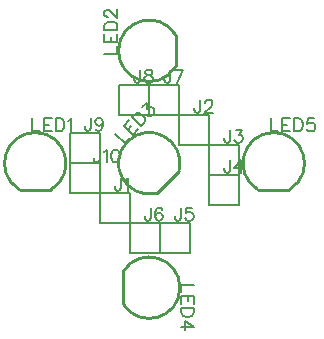
<source format=gto>
G04 Layer: TopSilkscreenLayer*
G04 EasyEDA v6.5.22, 2024-04-13 17:31:40*
G04 Gerber Generator version 0.2*
G04 Scale: 100 percent, Rotated: No, Reflected: No *
G04 Dimensions in millimeters *
G04 leading zeros omitted , absolute positions ,4 integer and 5 decimal *
%FSLAX45Y45*%
%MOMM*%

%ADD10C,0.1524*%
%ADD11C,0.2032*%
%ADD12C,0.2030*%
%ADD13C,0.2540*%

%LPD*%
D10*
X-240029Y-123444D02*
G01*
X-240029Y-206502D01*
X-245363Y-222250D01*
X-250444Y-227329D01*
X-260857Y-232410D01*
X-271271Y-232410D01*
X-281686Y-227329D01*
X-287020Y-222250D01*
X-292100Y-206502D01*
X-292100Y-196087D01*
X-205739Y-144271D02*
G01*
X-195579Y-138937D01*
X-179831Y-123444D01*
X-179831Y-232410D01*
X433070Y536955D02*
G01*
X433070Y453897D01*
X427736Y438150D01*
X422655Y433070D01*
X412242Y427989D01*
X401828Y427989D01*
X391413Y433070D01*
X386079Y438150D01*
X381000Y453897D01*
X381000Y464312D01*
X472439Y511047D02*
G01*
X472439Y516128D01*
X477520Y526542D01*
X482854Y531876D01*
X493268Y536955D01*
X514095Y536955D01*
X524510Y531876D01*
X529589Y526542D01*
X534670Y516128D01*
X534670Y505713D01*
X529589Y495300D01*
X519176Y479805D01*
X467360Y427989D01*
X540004Y427989D01*
X687070Y282955D02*
G01*
X687070Y199897D01*
X681736Y184150D01*
X676655Y179070D01*
X666242Y173989D01*
X655828Y173989D01*
X645413Y179070D01*
X640079Y184150D01*
X635000Y199897D01*
X635000Y210312D01*
X731520Y282955D02*
G01*
X788670Y282955D01*
X757681Y241300D01*
X773176Y241300D01*
X783589Y236220D01*
X788670Y231139D01*
X794004Y215392D01*
X794004Y204978D01*
X788670Y189484D01*
X778510Y179070D01*
X762762Y173989D01*
X747268Y173989D01*
X731520Y179070D01*
X726439Y184150D01*
X721360Y194563D01*
X687070Y28955D02*
G01*
X687070Y-54102D01*
X681736Y-69850D01*
X676655Y-74929D01*
X666242Y-80010D01*
X655828Y-80010D01*
X645413Y-74929D01*
X640079Y-69850D01*
X635000Y-54102D01*
X635000Y-43687D01*
X773176Y28955D02*
G01*
X721360Y-43687D01*
X799084Y-43687D01*
X773176Y28955D02*
G01*
X773176Y-80010D01*
X267970Y-377444D02*
G01*
X267970Y-460502D01*
X262636Y-476250D01*
X257555Y-481329D01*
X247142Y-486410D01*
X236728Y-486410D01*
X226313Y-481329D01*
X220979Y-476250D01*
X215900Y-460502D01*
X215900Y-450087D01*
X364489Y-377444D02*
G01*
X312420Y-377444D01*
X307339Y-424179D01*
X312420Y-419100D01*
X328168Y-413765D01*
X343662Y-413765D01*
X359410Y-419100D01*
X369570Y-429260D01*
X374904Y-445007D01*
X374904Y-455421D01*
X369570Y-470915D01*
X359410Y-481329D01*
X343662Y-486410D01*
X328168Y-486410D01*
X312420Y-481329D01*
X307339Y-476250D01*
X302260Y-465836D01*
X13970Y-377444D02*
G01*
X13970Y-460502D01*
X8636Y-476250D01*
X3555Y-481329D01*
X-6857Y-486410D01*
X-17271Y-486410D01*
X-27686Y-481329D01*
X-33020Y-476250D01*
X-38100Y-460502D01*
X-38100Y-450087D01*
X110489Y-392937D02*
G01*
X105410Y-382523D01*
X89662Y-377444D01*
X79247Y-377444D01*
X63754Y-382523D01*
X53339Y-398271D01*
X48260Y-424179D01*
X48260Y-450087D01*
X53339Y-470915D01*
X63754Y-481329D01*
X79247Y-486410D01*
X84581Y-486410D01*
X100076Y-481329D01*
X110489Y-470915D01*
X115570Y-455421D01*
X115570Y-450087D01*
X110489Y-434594D01*
X100076Y-424179D01*
X84581Y-419100D01*
X79247Y-419100D01*
X63754Y-424179D01*
X53339Y-434594D01*
X48260Y-450087D01*
X179070Y790955D02*
G01*
X179070Y707897D01*
X173736Y692150D01*
X168655Y687070D01*
X158242Y681989D01*
X147828Y681989D01*
X137413Y687070D01*
X132079Y692150D01*
X127000Y707897D01*
X127000Y718312D01*
X286004Y790955D02*
G01*
X233934Y681989D01*
X213360Y790955D02*
G01*
X286004Y790955D01*
X-74929Y790955D02*
G01*
X-74929Y707897D01*
X-80263Y692150D01*
X-85344Y687070D01*
X-95757Y681989D01*
X-106171Y681989D01*
X-116586Y687070D01*
X-121920Y692150D01*
X-127000Y707897D01*
X-127000Y718312D01*
X-14731Y790955D02*
G01*
X-30479Y785876D01*
X-35560Y775462D01*
X-35560Y765047D01*
X-30479Y754634D01*
X-20065Y749300D01*
X762Y744220D01*
X16510Y739139D01*
X26670Y728726D01*
X32004Y718312D01*
X32004Y702563D01*
X26670Y692150D01*
X21589Y687070D01*
X6095Y681989D01*
X-14731Y681989D01*
X-30479Y687070D01*
X-35560Y692150D01*
X-40639Y702563D01*
X-40639Y718312D01*
X-35560Y728726D01*
X-25145Y739139D01*
X-9652Y744220D01*
X11176Y749300D01*
X21589Y754634D01*
X26670Y765047D01*
X26670Y775462D01*
X21589Y785876D01*
X6095Y790955D01*
X-14731Y790955D01*
X-494029Y384555D02*
G01*
X-494029Y301497D01*
X-499363Y285750D01*
X-504444Y280670D01*
X-514857Y275589D01*
X-525271Y275589D01*
X-535686Y280670D01*
X-541020Y285750D01*
X-546100Y301497D01*
X-546100Y311912D01*
X-392429Y348234D02*
G01*
X-397510Y332739D01*
X-407923Y322326D01*
X-423418Y316992D01*
X-428752Y316992D01*
X-444245Y322326D01*
X-454660Y332739D01*
X-459739Y348234D01*
X-459739Y353313D01*
X-454660Y369062D01*
X-444245Y379476D01*
X-428752Y384555D01*
X-423418Y384555D01*
X-407923Y379476D01*
X-397510Y369062D01*
X-392429Y348234D01*
X-392429Y322326D01*
X-397510Y296163D01*
X-407923Y280670D01*
X-423418Y275589D01*
X-433831Y275589D01*
X-449579Y280670D01*
X-454660Y291084D01*
X-417829Y115315D02*
G01*
X-417829Y32257D01*
X-423163Y16510D01*
X-428244Y11429D01*
X-438657Y6350D01*
X-449071Y6350D01*
X-459486Y11429D01*
X-464820Y16510D01*
X-469900Y32257D01*
X-469900Y42671D01*
X-383539Y94487D02*
G01*
X-373379Y99821D01*
X-357631Y115315D01*
X-357631Y6350D01*
X-292100Y115315D02*
G01*
X-307847Y110236D01*
X-318262Y94487D01*
X-323342Y68579D01*
X-323342Y53086D01*
X-318262Y26923D01*
X-307847Y11429D01*
X-292100Y6350D01*
X-281939Y6350D01*
X-266192Y11429D01*
X-255778Y26923D01*
X-250697Y53086D01*
X-250697Y68579D01*
X-255778Y94487D01*
X-266192Y110236D01*
X-281939Y115315D01*
X-292100Y115315D01*
X-990600Y379018D02*
G01*
X-990600Y270052D01*
X-990600Y270052D02*
G01*
X-928370Y270052D01*
X-894079Y379018D02*
G01*
X-894079Y270052D01*
X-894079Y379018D02*
G01*
X-826515Y379018D01*
X-894079Y327202D02*
G01*
X-852423Y327202D01*
X-894079Y270052D02*
G01*
X-826515Y270052D01*
X-792226Y379018D02*
G01*
X-792226Y270052D01*
X-792226Y379018D02*
G01*
X-755650Y379018D01*
X-740155Y373938D01*
X-729742Y363524D01*
X-724662Y353110D01*
X-719328Y337362D01*
X-719328Y311454D01*
X-724662Y295960D01*
X-729742Y285546D01*
X-740155Y275132D01*
X-755650Y270052D01*
X-792226Y270052D01*
X-685037Y358190D02*
G01*
X-674623Y363524D01*
X-659129Y379018D01*
X-659129Y270052D01*
X-379018Y927100D02*
G01*
X-270052Y927100D01*
X-270052Y927100D02*
G01*
X-270052Y989329D01*
X-379018Y1023620D02*
G01*
X-270052Y1023620D01*
X-379018Y1023620D02*
G01*
X-379018Y1091184D01*
X-327202Y1023620D02*
G01*
X-327202Y1065276D01*
X-270052Y1023620D02*
G01*
X-270052Y1091184D01*
X-379018Y1125473D02*
G01*
X-270052Y1125473D01*
X-379018Y1125473D02*
G01*
X-379018Y1162050D01*
X-373938Y1177544D01*
X-363524Y1187957D01*
X-353110Y1193037D01*
X-337362Y1198371D01*
X-311454Y1198371D01*
X-295960Y1193037D01*
X-285546Y1187957D01*
X-275132Y1177544D01*
X-270052Y1162050D01*
X-270052Y1125473D01*
X-353110Y1237742D02*
G01*
X-358190Y1237742D01*
X-368604Y1243076D01*
X-373938Y1248155D01*
X-379018Y1258570D01*
X-379018Y1279397D01*
X-373938Y1289812D01*
X-368604Y1294892D01*
X-358190Y1300226D01*
X-347776Y1300226D01*
X-337362Y1294892D01*
X-321868Y1284478D01*
X-270052Y1232662D01*
X-270052Y1305305D01*
X-285968Y250045D02*
G01*
X-208917Y172996D01*
X-208917Y172996D02*
G01*
X-164914Y216999D01*
X-217716Y318295D02*
G01*
X-140667Y241246D01*
X-217716Y318295D02*
G01*
X-169941Y366072D01*
X-181079Y281655D02*
G01*
X-151622Y311111D01*
X-140667Y241246D02*
G01*
X-92892Y289021D01*
X-145696Y390316D02*
G01*
X-68646Y313268D01*
X-145696Y390316D02*
G01*
X-119832Y416181D01*
X-105285Y423545D01*
X-90556Y423545D01*
X-79601Y419773D01*
X-64693Y412409D01*
X-46372Y394088D01*
X-39189Y379361D01*
X-35417Y368406D01*
X-35417Y353677D01*
X-42781Y339130D01*
X-68646Y313268D01*
X-62537Y473473D02*
G01*
X-22128Y513885D01*
X-14762Y462338D01*
X-3807Y473295D01*
X7147Y477067D01*
X14511Y477245D01*
X29240Y469704D01*
X36603Y462338D01*
X43967Y447791D01*
X43967Y433064D01*
X36423Y418335D01*
X25468Y407380D01*
X10919Y400016D01*
X3555Y399836D01*
X-7399Y403608D01*
X379018Y-1028700D02*
G01*
X270052Y-1028700D01*
X270052Y-1028700D02*
G01*
X270052Y-1090929D01*
X379018Y-1125220D02*
G01*
X270052Y-1125220D01*
X379018Y-1125220D02*
G01*
X379018Y-1192784D01*
X327202Y-1125220D02*
G01*
X327202Y-1166876D01*
X270052Y-1125220D02*
G01*
X270052Y-1192784D01*
X379018Y-1227073D02*
G01*
X270052Y-1227073D01*
X379018Y-1227073D02*
G01*
X379018Y-1263650D01*
X373938Y-1279144D01*
X363524Y-1289557D01*
X353110Y-1294637D01*
X337362Y-1299971D01*
X311454Y-1299971D01*
X295960Y-1294637D01*
X285546Y-1289557D01*
X275132Y-1279144D01*
X270052Y-1263650D01*
X270052Y-1227073D01*
X379018Y-1386078D02*
G01*
X306374Y-1334262D01*
X306374Y-1412239D01*
X379018Y-1386078D02*
G01*
X270052Y-1386078D01*
X1028700Y379018D02*
G01*
X1028700Y270052D01*
X1028700Y270052D02*
G01*
X1090929Y270052D01*
X1125220Y379018D02*
G01*
X1125220Y270052D01*
X1125220Y379018D02*
G01*
X1192784Y379018D01*
X1125220Y327202D02*
G01*
X1166876Y327202D01*
X1125220Y270052D02*
G01*
X1192784Y270052D01*
X1227073Y379018D02*
G01*
X1227073Y270052D01*
X1227073Y379018D02*
G01*
X1263650Y379018D01*
X1279144Y373938D01*
X1289557Y363524D01*
X1294637Y353110D01*
X1299971Y337362D01*
X1299971Y311454D01*
X1294637Y295960D01*
X1289557Y285546D01*
X1279144Y275132D01*
X1263650Y270052D01*
X1227073Y270052D01*
X1396492Y379018D02*
G01*
X1344676Y379018D01*
X1339342Y332282D01*
X1344676Y337362D01*
X1360170Y342696D01*
X1375663Y342696D01*
X1391412Y337362D01*
X1401826Y327202D01*
X1406905Y311454D01*
X1406905Y301040D01*
X1401826Y285546D01*
X1391412Y275132D01*
X1375663Y270052D01*
X1360170Y270052D01*
X1344676Y275132D01*
X1339342Y280212D01*
X1334262Y290626D01*
D11*
X-165100Y-508000D02*
G01*
X-419100Y-508000D01*
X-419100Y-254000D01*
X-165100Y-254000D01*
X-165100Y-444500D01*
D12*
X-165100Y-508000D02*
G01*
X-165100Y-444500D01*
D11*
X508000Y152400D02*
G01*
X254000Y152400D01*
X254000Y406400D01*
X508000Y406400D01*
X508000Y215900D01*
D12*
X508000Y152400D02*
G01*
X508000Y215900D01*
D11*
X762000Y-101600D02*
G01*
X508000Y-101600D01*
X508000Y152400D01*
X762000Y152400D01*
X762000Y-38100D01*
D12*
X762000Y-101600D02*
G01*
X762000Y-38100D01*
D11*
X762000Y-355600D02*
G01*
X508000Y-355600D01*
X508000Y-101600D01*
X762000Y-101600D01*
X762000Y-292100D01*
D12*
X762000Y-355600D02*
G01*
X762000Y-292100D01*
D11*
X342900Y-762000D02*
G01*
X88900Y-762000D01*
X88900Y-508000D01*
X342900Y-508000D01*
X342900Y-698500D01*
D12*
X342900Y-762000D02*
G01*
X342900Y-698500D01*
D11*
X88900Y-762000D02*
G01*
X-165100Y-762000D01*
X-165100Y-508000D01*
X88900Y-508000D01*
X88900Y-698500D01*
D12*
X88900Y-762000D02*
G01*
X88900Y-698500D01*
D11*
X254000Y406400D02*
G01*
X0Y406400D01*
X0Y660400D01*
X254000Y660400D01*
X254000Y469900D01*
D12*
X254000Y406400D02*
G01*
X254000Y469900D01*
D11*
X0Y406400D02*
G01*
X-254000Y406400D01*
X-254000Y660400D01*
X0Y660400D01*
X0Y469900D01*
D12*
X0Y406400D02*
G01*
X0Y469900D01*
D11*
X-419100Y0D02*
G01*
X-673100Y0D01*
X-673100Y254000D01*
X-419100Y254000D01*
X-419100Y63500D01*
D12*
X-419100Y0D02*
G01*
X-419100Y63500D01*
D11*
X-419100Y-254000D02*
G01*
X-673100Y-254000D01*
X-673100Y0D01*
X-419100Y0D01*
X-419100Y-190500D01*
D12*
X-419100Y-254000D02*
G01*
X-419100Y-190500D01*
D13*
X-1095199Y-222996D02*
G01*
X-835200Y-222996D01*
X222996Y822500D02*
G01*
X222996Y1082499D01*
X65758Y-249605D02*
G01*
X249605Y-65758D01*
X-222996Y-924100D02*
G01*
X-222996Y-1184099D01*
X924100Y-222996D02*
G01*
X1184099Y-222996D01*
G75*
G01*
X-827024Y-220167D02*
G03*
X-1103376Y-220167I-138176J220244D01*
G75*
G01*
X220167Y1090676D02*
G03*
X220167Y814324I-220244J-138176D01*
G75*
G01*
X253388Y-57975D02*
G03*
X57975Y-253388I-253442J58029D01*
G75*
G01*
X-220167Y-1192276D02*
G03*
X-220167Y-915924I220244J138176D01*
G75*
G01*
X1192276Y-220167D02*
G03*
X915924Y-220167I-138176J220244D01*
M02*

</source>
